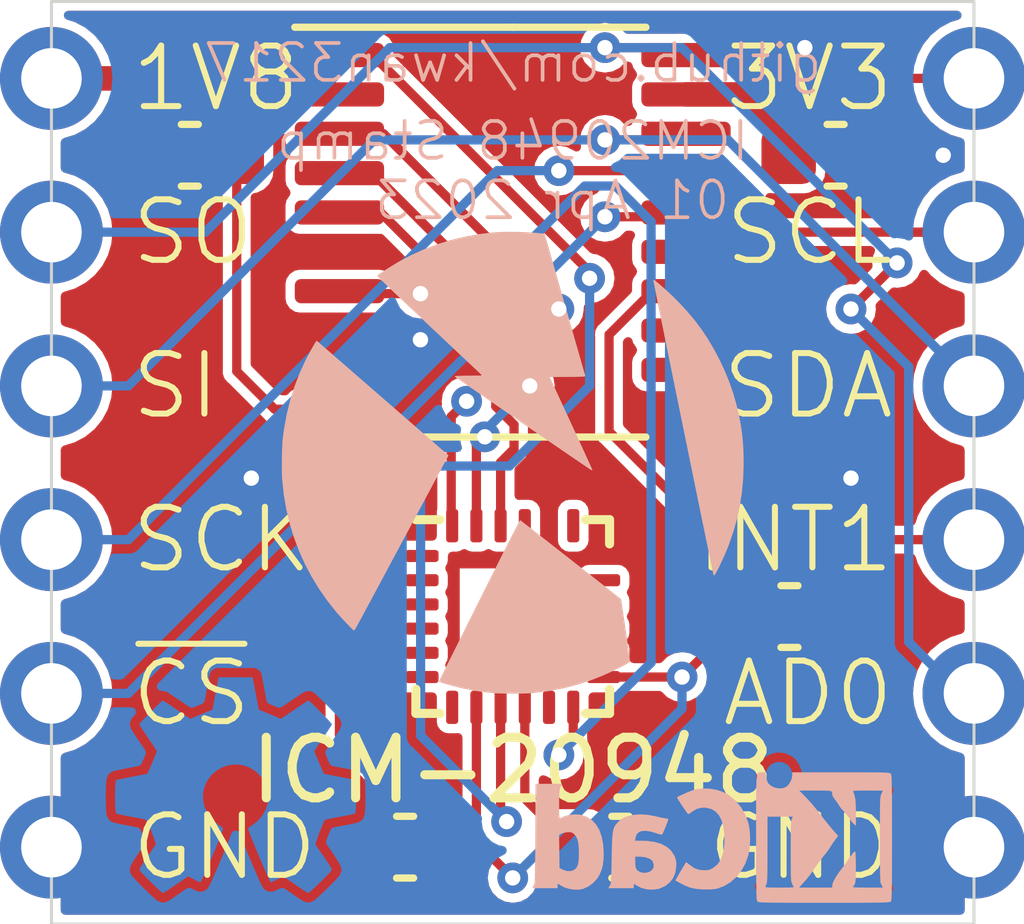
<source format=kicad_pcb>
(kicad_pcb (version 20221018) (generator pcbnew)
  (layers (0 "F.Cu" jumper) (1 "In1.Cu" signal) (2 "In2.Cu" signal) (31 "B.Cu" signal) (34 "B.Paste" user) (35 "F.Paste" user) (36 "B.SilkS" user "B.Silkscreen") (37 "F.SilkS" user "F.Silkscreen") (38 "B.Mask" user) (39 "F.Mask" user) (44 "Edge.Cuts" user))
  (net 0 "")
  (net 1 "+1V8")
  (net 2 "GND")
  (net 3 "Net-(U101-REGOUT)")
  (net 4 "+3V3")
  (net 5 "/MISO_3V3")
  (net 6 "/MOSI_3V3")
  (net 7 "/SCK_3V3")
  (net 8 "/~{CS}_3V3")
  (net 9 "/INT1_3V3")
  (net 16 "/MISO_1V8")
  (net 17 "/INT1_1V8")
  (net 23 "/~{CS}_1V8")
  (net 24 "/SCK_1V8")
  (net 25 "/MOSI_1V8")
  (footprint "Capacitor_SMD:C_0603_1608Metric" (layer "F.Cu") (at 106.934 96.52)
    (fp_text reference "C119" hide)
    (fp_text value "100nF" hide)
    (pad "1" smd roundrect (at -0.775 0) (size 0.9 0.95) (layers "F.Cu" "F.Paste" "F.Mask") (net 4 "+3V3"))
    (pad "2" smd roundrect (at 0.775 0) (size 0.9 0.95) (layers "F.Cu" "F.Paste" "F.Mask") (net 2 "GND"))
  )
  (footprint "Capacitor_SMD:C_0603_1608Metric" (layer "F.Cu") (at 103.378 107.95)
    (fp_text reference "C110" hide)
    (fp_text value "100nF" hide)
    (pad "1" smd roundrect (at -0.775 0) (size 0.9 0.95) (layers "F.Cu" "F.Paste" "F.Mask") (net 3 "Net-(U101-REGOUT)"))
    (pad "2" smd roundrect (at 0.775 0) (size 0.9 0.95) (layers "F.Cu" "F.Paste" "F.Mask") (net 2 "GND"))
  )
  (footprint "Capacitor_SMD:C_0603_1608Metric" (layer "F.Cu") (at 99.822 107.95 180)
    (fp_text reference "C108" hide)
    (fp_text value "1uF" hide)
    (pad "1" smd roundrect (at -0.775 0 180) (size 0.9 0.95) (layers "F.Cu" "F.Paste" "F.Mask") (net 1 "+1V8"))
    (pad "2" smd roundrect (at 0.775 0 180) (size 0.9 0.95) (layers "F.Cu" "F.Paste" "F.Mask") (net 2 "GND"))
  )
  (footprint "Capacitor_SMD:C_0603_1608Metric" (layer "F.Cu") (at 96.266 96.52 180)
    (fp_text reference "C102" hide)
    (fp_text value "100nF" hide)
    (pad "1" smd roundrect (at -0.775 0 180) (size 0.9 0.95) (layers "F.Cu" "F.Paste" "F.Mask") (net 1 "+1V8"))
    (pad "2" smd roundrect (at 0.775 0 180) (size 0.9 0.95) (layers "F.Cu" "F.Paste" "F.Mask") (net 2 "GND"))
  )
  (footprint "Sensor_Motion:InvenSense_QFN-24_3x3mm_P0.4mm" (layer "F.Cu") (at 101.6 104.14)
    (fp_text reference "U101" hide)
    (fp_text value "ICM-20948" (at 0 2.54) (layer "F.SilkS"))
    (pad "1" smd roundrect (at -1.5 -1) (size 0.55 0.2) (layers "F.Cu" "F.Paste" "F.Mask"))
    (pad "2" smd roundrect (at -1.5 -0.6) (size 0.55 0.2) (layers "F.Cu" "F.Paste" "F.Mask"))
    (pad "3" smd roundrect (at -1.5 -0.2) (size 0.55 0.2) (layers "F.Cu" "F.Paste" "F.Mask"))
    (pad "4" smd roundrect (at -1.5 0.2) (size 0.55 0.2) (layers "F.Cu" "F.Paste" "F.Mask"))
    (pad "5" smd roundrect (at -1.5 0.6) (size 0.55 0.2) (layers "F.Cu" "F.Paste" "F.Mask"))
    (pad "6" smd roundrect (at -1.5 1) (size 0.55 0.2) (layers "F.Cu" "F.Paste" "F.Mask"))
    (pad "7" smd roundrect (at -1 1.5 90) (size 0.55 0.2) (layers "F.Cu" "F.Paste" "F.Mask"))
    (pad "8" smd roundrect (at -0.6 1.5 90) (size 0.55 0.2) (layers "F.Cu" "F.Paste" "F.Mask") (net 1 "+1V8"))
    (pad "9" smd roundrect (at -0.2 1.5 90) (size 0.55 0.2) (layers "F.Cu" "F.Paste" "F.Mask") (net 16 "/MISO_1V8"))
    (pad "10" smd roundrect (at 0.2 1.5 90) (size 0.55 0.2) (layers "F.Cu" "F.Paste" "F.Mask") (net 3 "Net-(U101-REGOUT)"))
    (pad "11" smd roundrect (at 0.6 1.5 90) (size 0.55 0.2) (layers "F.Cu" "F.Paste" "F.Mask"))
    (pad "12" smd roundrect (at 1 1.5 90) (size 0.55 0.2) (layers "F.Cu" "F.Paste" "F.Mask") (net 17 "/INT1_1V8"))
    (pad "13" smd roundrect (at 1.5 1) (size 0.55 0.2) (layers "F.Cu" "F.Paste" "F.Mask") (net 1 "+1V8"))
    (pad "14" smd roundrect (at 1.5 0.6) (size 0.55 0.2) (layers "F.Cu" "F.Paste" "F.Mask"))
    (pad "15" smd roundrect (at 1.5 0.2) (size 0.55 0.2) (layers "F.Cu" "F.Paste" "F.Mask"))
    (pad "16" smd roundrect (at 1.5 -0.2) (size 0.55 0.2) (layers "F.Cu" "F.Paste" "F.Mask"))
    (pad "17" smd roundrect (at 1.5 -0.6) (size 0.55 0.2) (layers "F.Cu" "F.Paste" "F.Mask"))
    (pad "18" smd roundrect (at 1.5 -1) (size 0.55 0.2) (layers "F.Cu" "F.Paste" "F.Mask") (net 2 "GND"))
    (pad "19" smd roundrect (at 1 -1.5 90) (size 0.55 0.2) (layers "F.Cu" "F.Paste" "F.Mask"))
    (pad "20" smd roundrect (at 0.6 -1.5 90) (size 0.55 0.2) (layers "F.Cu" "F.Paste" "F.Mask") (net 2 "GND"))
    (pad "21" smd roundrect (at 0.2 -1.5 90) (size 0.55 0.2) (layers "F.Cu" "F.Paste" "F.Mask"))
    (pad "22" smd roundrect (at -0.2 -1.5 90) (size 0.55 0.2) (layers "F.Cu" "F.Paste" "F.Mask") (net 23 "/~{CS}_1V8"))
    (pad "23" smd roundrect (at -0.6 -1.5 90) (size 0.55 0.2) (layers "F.Cu" "F.Paste" "F.Mask") (net 24 "/SCK_1V8"))
    (pad "24" smd roundrect (at -1 -1.5 90) (size 0.55 0.2) (layers "F.Cu" "F.Paste" "F.Mask") (net 25 "/MOSI_1V8"))
    (zone (net 0) (net_name "") (layer "F.Cu") (connect_pads (clearance 0)) (min_thickness 0.254)
      (keepout (tracks not_allowed) (vias not_allowed) (pads not_allowed) (copperpour not_allowed) (footprints allowed))
      (fill (thermal_gap 0.508) (thermal_bridge_width 0.508))
      (polygon (pts (xy 100.725 103.345) (xy 102.475 103.345) (xy 102.475 104.935) (xy 100.725 104.935)))
    )
  )
  (footprint "KwanSystems:Stamp" (layer "F.Cu") (at 101.6 101.6)
    (fp_text reference "J101" hide)
    (fp_text value "~")
    (fp_text user "SCL" (at 6.35 -3.81 unlocked) (layer "F.SilkS") (effects (font (thickness 0.1)) (justify right)))
    (fp_text user "AD0" (at 6.35 3.81 unlocked) (layer "F.SilkS") (effects (font (thickness 0.1)) (justify right)))
    (fp_text user "~{CS}" (at -6.35 3.81 unlocked) (layer "F.SilkS") (effects (font (thickness 0.1)) (justify left)))
    (fp_text user "GND" (at -6.35 6.35 unlocked) (layer "F.SilkS") (effects (font (thickness 0.1)) (justify left)))
    (fp_text user "SO" (at -6.35 -3.81 unlocked) (layer "F.SilkS") (effects (font (thickness 0.1)) (justify left)))
    (fp_text user "3V3" (at 6.35 -6.35 unlocked) (layer "F.SilkS") (effects (font (thickness 0.1)) (justify right)))
    (fp_text user "SI" (at -6.35 -1.27 unlocked) (layer "F.SilkS") (effects (font (thickness 0.1)) (justify left)))
    (fp_text user "1V8" (at -6.35 -6.35 unlocked) (layer "F.SilkS") (effects (font (thickness 0.1)) (justify left)))
    (fp_text user "GND" (at 6.35 6.35 unlocked) (layer "F.SilkS") (effects (font (thickness 0.1)) (justify right)))
    (fp_text user "SDA" (at 6.35 -1.27 unlocked) (layer "F.SilkS") (effects (font (thickness 0.1)) (justify right)))
    (fp_text user "INT1" (at 6.35 1.27 unlocked) (layer "F.SilkS") (effects (font (thickness 0.1)) (justify right)))
    (fp_text user "SCK" (at -6.35 1.27 unlocked) (layer "F.SilkS") (effects (font (thickness 0.1)) (justify left)))
    (fp_line (start -7.62 -7.62) (end -7.62 7.62) (stroke (width 0.05)) (layer "Edge.Cuts"))
    (fp_line (start -7.62 7.62) (end 7.62 7.62) (stroke (width 0.05)) (layer "Edge.Cuts"))
    (fp_line (start 7.62 -7.62) (end -7.62 -7.62) (stroke (width 0.05)) (layer "Edge.Cuts"))
    (fp_line (start 7.62 7.62) (end 7.62 -7.62) (stroke (width 0.05)) (layer "Edge.Cuts"))
    (pad "1" thru_hole circle (at -7.62 -6.35) (size 1.7 1.7) (drill 1) (layers "*.Cu" "*.Mask") (net 1 "+1V8"))
    (pad "2" thru_hole circle (at -7.62 -3.81) (size 1.7 1.7) (drill 1) (layers "*.Cu" "*.Mask") (net 5 "/MISO_3V3"))
    (pad "3" thru_hole circle (at -7.62 -1.27) (size 1.7 1.7) (drill 1) (layers "*.Cu" "*.Mask") (net 6 "/MOSI_3V3"))
    (pad "4" thru_hole circle (at -7.62 1.27) (size 1.7 1.7) (drill 1) (layers "*.Cu" "*.Mask") (net 7 "/SCK_3V3"))
    (pad "5" thru_hole circle (at -7.62 3.81) (size 1.7 1.7) (drill 1) (layers "*.Cu" "*.Mask") (net 8 "/~{CS}_3V3"))
    (pad "6" thru_hole circle (at -7.62 6.35) (size 1.7 1.7) (drill 1) (layers "*.Cu" "*.Mask") (net 2 "GND"))
    (pad "7" thru_hole circle (at 7.62 6.35) (size 1.7 1.7) (drill 1) (layers "*.Cu" "*.Mask") (net 2 "GND"))
    (pad "8" thru_hole circle (at 7.62 3.81) (size 1.7 1.7) (drill 1) (layers "*.Cu" "*.Mask") (net 5 "/MISO_3V3"))
    (pad "9" thru_hole circle (at 7.62 1.27) (size 1.7 1.7) (drill 1) (layers "*.Cu" "*.Mask") (net 9 "/INT1_3V3"))
    (pad "10" thru_hole circle (at 7.62 -1.27) (size 1.7 1.7) (drill 1) (layers "*.Cu" "*.Mask") (net 6 "/MOSI_3V3"))
    (pad "11" thru_hole circle (at 7.62 -3.81) (size 1.7 1.7) (drill 1) (layers "*.Cu" "*.Mask") (net 7 "/SCK_3V3"))
    (pad "12" thru_hole circle (at 7.62 -6.35) (size 1.7 1.7) (drill 1) (layers "*.Cu" "*.Mask") (net 4 "+3V3"))
  )
  (footprint "Capacitor_SMD:C_0603_1608Metric" (layer "F.Cu") (at 106.172 104.14)
    (fp_text reference "C113" hide)
    (fp_text value "100nF" hide)
    (pad "1" smd roundrect (at -0.775 0) (size 0.9 0.95) (layers "F.Cu" "F.Paste" "F.Mask") (net 1 "+1V8"))
    (pad "2" smd roundrect (at 0.775 0) (size 0.9 0.95) (layers "F.Cu" "F.Paste" "F.Mask") (net 2 "GND"))
  )
  (footprint "Package_SO:TSSOP-20_4.4x6.5mm_P0.65mm" (layer "F.Cu") (at 101.6 97.79)
    (fp_text reference "U102" hide)
    (fp_text value "TXS0108EPW" hide)
    (pad "1" smd roundrect (at -2.8625 -2.925) (size 1.475 0.4) (layers "F.Cu" "F.Paste" "F.Mask") (net 16 "/MISO_1V8"))
    (pad "2" smd roundrect (at -2.8625 -2.275) (size 1.475 0.4) (layers "F.Cu" "F.Paste" "F.Mask") (net 1 "+1V8"))
    (pad "3" smd roundrect (at -2.8625 -1.625) (size 1.475 0.4) (layers "F.Cu" "F.Paste" "F.Mask") (net 25 "/MOSI_1V8"))
    (pad "4" smd roundrect (at -2.8625 -0.975) (size 1.475 0.4) (layers "F.Cu" "F.Paste" "F.Mask") (net 24 "/SCK_1V8"))
    (pad "5" smd roundrect (at -2.8625 -0.325) (size 1.475 0.4) (layers "F.Cu" "F.Paste" "F.Mask") (net 23 "/~{CS}_1V8"))
    (pad "6" smd roundrect (at -2.8625 0.325) (size 1.475 0.4) (layers "F.Cu" "F.Paste" "F.Mask") (net 2 "GND"))
    (pad "7" smd roundrect (at -2.8625 0.975) (size 1.475 0.4) (layers "F.Cu" "F.Paste" "F.Mask") (net 17 "/INT1_1V8"))
    (pad "8" smd roundrect (at -2.8625 1.625) (size 1.475 0.4) (layers "F.Cu" "F.Paste" "F.Mask") (net 2 "GND"))
    (pad "9" smd roundrect (at -2.8625 2.275) (size 1.475 0.4) (layers "F.Cu" "F.Paste" "F.Mask") (net 2 "GND"))
    (pad "10" smd roundrect (at -2.8625 2.925) (size 1.475 0.4) (layers "F.Cu" "F.Paste" "F.Mask") (net 1 "+1V8"))
    (pad "11" smd roundrect (at 2.8625 2.925) (size 1.475 0.4) (layers "F.Cu" "F.Paste" "F.Mask") (net 2 "GND"))
    (pad "12" smd roundrect (at 2.8625 2.275) (size 1.475 0.4) (layers "F.Cu" "F.Paste" "F.Mask"))
    (pad "13" smd roundrect (at 2.8625 1.625) (size 1.475 0.4) (layers "F.Cu" "F.Paste" "F.Mask"))
    (pad "14" smd roundrect (at 2.8625 0.975) (size 1.475 0.4) (layers "F.Cu" "F.Paste" "F.Mask") (net 9 "/INT1_3V3"))
    (pad "15" smd roundrect (at 2.8625 0.325) (size 1.475 0.4) (layers "F.Cu" "F.Paste" "F.Mask"))
    (pad "16" smd roundrect (at 2.8625 -0.325) (size 1.475 0.4) (layers "F.Cu" "F.Paste" "F.Mask") (net 8 "/~{CS}_3V3"))
    (pad "17" smd roundrect (at 2.8625 -0.975) (size 1.475 0.4) (layers "F.Cu" "F.Paste" "F.Mask") (net 7 "/SCK_3V3"))
    (pad "18" smd roundrect (at 2.8625 -1.625) (size 1.475 0.4) (layers "F.Cu" "F.Paste" "F.Mask") (net 6 "/MOSI_3V3"))
    (pad "19" smd roundrect (at 2.8625 -2.275) (size 1.475 0.4) (layers "F.Cu" "F.Paste" "F.Mask") (net 4 "+3V3"))
    (pad "20" smd roundrect (at 2.8625 -2.925) (size 1.475 0.4) (layers "F.Cu" "F.Paste" "F.Mask") (net 5 "/MISO_3V3"))
  )
  (footprint "KwanSystems:Symbol_KiCAD-Logo_CopperAndSilkScreenTop_small" (layer "B.Cu") (at 104.902 107.696 180)
    (fp_text reference "REF**" hide)
    (fp_text value "KiCAD Logo" hide)
    (fp_poly (pts (xy -1.022029 1.13702) (xy -0.963228 1.103803) (xy -0.916489 1.052478) (xy -0.894594 1.009438) (xy -0.879289 0.940193) (xy -0.88384 0.871205) (xy -0.907514 0.810458) (xy -0.913706 0.801075) (xy -0.958926 0.757296) (xy -1.018364 0.727224) (xy -1.084834 0.712291) (xy -1.151144 0.713933) (xy -1.210105 0.733584) (xy -1.220497 0.739878) (xy -1.261632 0.779303) (xy -1.295543 0.833615) (xy -1.316627 0.892353) (xy -1.3208 0.927101) (xy -1.311163 0.981713) (xy -1.285905 1.038945) (xy -1.250509 1.088421) (xy -1.222679 1.112853) (xy -1.15657 1.143062) (xy -1.088082 1.150612) (xy -1.022029 1.13702)) (stroke (width 0.01)) (fill solid) (layer "B.Cu"))
    (fp_poly (pts (xy -0.9017 -0.296023) (xy -0.90159 -0.431764) (xy -0.901209 -0.544309) (xy -0.900487 -0.635861) (xy -0.899353 -0.70862) (xy -0.897735 -0.764792) (xy -0.895561 -0.806578) (xy -0.89276 -0.83618) (xy -0.889261 -0.855802) (xy -0.884992 -0.867646) (xy -0.883054 -0.870698) (xy -0.869911 -0.889472) (xy -0.864555 -0.903543) (xy -0.869645 -0.913587) (xy -0.887844 -0.920282) (xy -0.921812 -0.924303) (xy -0.974211 -0.926327) (xy -1.047701 -0.92703) (xy -1.1049 -0.9271) (xy -1.180041 -0.926758) (xy -1.245637 -0.925804) (xy -1.297787 -0.924351) (xy -1.332591 -0.922509) (xy -1.346148 -0.920388) (xy -1.3462 -0.920244) (xy -1.340923 -0.905727) (xy -1.327637 -0.877255) (xy -1.3208 -0.8636) (xy -1.314367 -0.84988) (xy -1.309121 -0.834697) (xy -1.30494 -0.81546) (xy -1.301705 -0.789578) (xy -1.299295 -0.754459) (xy -1.297589 -0.707514) (xy -1.296468 -0.646151) (xy -1.29581 -0.56778) (xy -1.295495 -0.469809) (xy -1.295403 -0.349648) (xy -1.2954 -0.317375) (xy -1.295527 -0.188635) (xy -1.295965 -0.082875) (xy -1.296802 0.002325) (xy -1.298126 0.069381) (xy -1.300025 0.120715) (xy -1.302587 0.158744) (xy -1.305899 0.185887) (xy -1.310049 0.204564) (xy -1.314777 0.216531) (xy -1.334153 0.254) (xy -0.9017 0.254) (xy -0.9017 -0.296023)) (stroke (width 0.01)) (fill solid) (layer "B.Cu"))
    (fp_poly (pts (xy -1.693127 0.6858) (xy -1.420471 0.6858) (xy -1.519861 0.585107) (xy -1.684715 0.403655) (xy -1.791925 0.266593) (xy -1.831149 0.2148) (xy -1.878428 0.154736) (xy -1.928475 0.092899) (xy -1.976001 0.035791) (xy -2.015717 -0.010091) (xy -2.028266 -0.02388) (xy -2.068982 -0.067606) (xy -2.034003 -0.113178) (xy -1.966282 -0.207802) (xy -1.922511 -0.277525) (xy -1.895076 -0.318643) (xy -1.864438 -0.358306) (xy -1.861864 -0.361304) (xy -1.827389 -0.402791) (xy -1.787127 -0.454069) (xy -1.745529 -0.509144) (xy -1.707049 -0.562024) (xy -1.676141 -0.606713) (xy -1.658312 -0.635274) (xy -1.640772 -0.661798) (xy -1.611507 -0.701031) (xy -1.57559 -0.746626) (xy -1.538093 -0.792236) (xy -1.504086 -0.831516) (xy -1.4859 -0.85101) (xy -1.473956 -0.864041) (xy -1.452819 -0.887703) (xy -1.448762 -0.892285) (xy -1.417973 -0.9271) (xy -1.9812 -0.9271) (xy -1.9812 -0.887962) (xy -1.989582 -0.849698) (xy -2.013196 -0.797075) (xy -2.049754 -0.73412) (xy -2.09696 -0.664858) (xy -2.140729 -0.607767) (xy -2.176366 -0.561657) (xy -2.209027 -0.516135) (xy -2.232612 -0.479768) (xy -2.235665 -0.474417) (xy -2.255686 -0.441217) (xy -2.273329 -0.417142) (xy -2.277651 -0.41275) (xy -2.294931 -0.393408) (xy -2.315043 -0.365125) (xy -2.333887 -0.341047) (xy -2.349143 -0.330244) (xy -2.349793 -0.3302) (xy -2.354231 -0.342546) (xy -2.357791 -0.378191) (xy -2.360368 -0.435046) (xy -2.361859 -0.511022) (xy -2.3622 -0.578481) (xy -2.361858 -0.668132) (xy -2.360653 -0.736135) (xy -2.358313 -0.786238) (xy -2.354569 -0.822185) (xy -2.349151 -0.847722) (xy -2.34179 -0.866594) (xy -2.341378 -0.867406) (xy -2.323642 -0.897246) (xy -2.307889 -0.916309) (xy -2.306453 -0.917381) (xy -2.314202 -0.920162) (xy -2.343877 -0.922631) (xy -2.392007 -0.924656) (xy -2.455121 -0.926104) (xy -2.529745 -0.926841) (xy -2.555603 -0.926906) (xy -2.818856 -0.9271) (xy -2.804016 -0.892175) (xy -2.78993 -0.862879) (xy -2.778888 -0.845185) (xy -2.776972 -0.830571) (xy -2.775172 -0.792891) (xy -2.773521 -0.734476) (xy -2.772052 -0.657659) (xy -2.770801 -0.564773) (xy -2.769798 -0.458151) (xy -2.769079 -0.340126) (xy -2.768677 -0.21303) (xy -2.768601 -0.127145) (xy -2.76863 0.024845) (xy -2.768765 0.153544) (xy -2.769077 0.261063) (xy -2.769637 0.349511) (xy -2.770516 0.420998) (xy -2.771784 0.477634) (xy -2.773512 0.521528) (xy -2.775772 0.55479) (xy -2.778634 0.57953) (xy -2.782169 0.597857) (xy -2.786448 0.611882) (xy -2.791542 0.623713) (xy -2.794001 0.628651) (xy -2.809378 0.659566) (xy -2.818405 0.67917) (xy -2.819401 0.682136) (xy -2.807333 0.683247) (xy -2.773656 0.684222) (xy -2.722164 0.685008) (xy -2.656647 0.68555) (xy -2.580898 0.685793) (xy -2.564042 0.6858) (xy -2.47747 0.685668) (xy -2.413186 0.685085) (xy -2.368077 0.683768) (xy -2.339032 0.681439) (xy -2.322938 0.677814) (xy -2.316684 0.672614) (xy -2.317157 0.665558) (xy -2.317918 0.663575) (xy -2.334598 0.619164) (xy -2.346631 0.57491) (xy -2.35471 0.52543) (xy -2.359529 0.46534) (xy -2.36178 0.389256) (xy -2.3622 0.319456) (xy -2.362201 0.109548) (xy -2.324101 0.14605) (xy -2.300294 0.171222) (xy -2.287003 0.189861) (xy -2.286 0.193259) (xy -2.278432 0.206225) (xy -2.258686 0.232936) (xy -2.231206 0.267928) (xy -2.200434 0.305736) (xy -2.170812 0.340896) (xy -2.146781 0.367943) (xy -2.133381 0.381) (xy -2.12222 0.394633) (xy -2.103032 0.422685) (xy -2.089099 0.4445) (xy -2.059998 0.488351) (xy -2.028525 0.531651) (xy -2.017351 0.545819) (xy -1.994994 0.579132) (xy -1.982296 0.609679) (xy -1.9812 0.617805) (xy -1.980939 0.639662) (xy -1.978105 0.656249) (xy -1.969619 0.668294) (xy -1.952406 0.676523) (xy -1.923387 0.681662) (xy -1.879486 0.684437) (xy -1.817625 0.685575) (xy -1.734728 0.685802) (xy -1.693127 0.6858)) (stroke (width 0.01)) (fill solid) (layer "B.Cu"))
  )
  (footprint "KwanSystems:OSHW-Symbol_4x3.6mm_SolderMask" (layer "B.Cu") (at 97.028 106.934 180)
    (fp_text reference "REF***" hide)
    (fp_text value "OSHW-Symbol_6.7x6mm_Copper" hide)
    (fp_poly (pts (xy 0.333488 1.518641) (xy 0.383781 1.251867) (xy 0.569352 1.175368) (xy 0.754924 1.098869) (xy 0.977548 1.250252) (xy 1.039894 1.292402) (xy 1.096252 1.330037) (xy 1.143991 1.361437) (xy 1.180482 1.384886) (xy 1.203094 1.398664) (xy 1.209253 1.401635) (xy 1.220346 1.393994) (xy 1.244052 1.372871) (xy 1.277713 1.340963) (xy 1.318672 1.300969) (xy 1.364272 1.255588) (xy 1.411855 1.207517) (xy 1.458765 1.159456) (xy 1.502344 1.114102) (xy 1.539935 1.074153) (xy 1.568882 1.042309) (xy 1.586526 1.021268) (xy 1.590745 1.014226) (xy 1.584674 1.001244) (xy 1.567655 0.972803) (xy 1.541477 0.931684) (xy 1.507931 0.880671) (xy 1.468804 0.822544) (xy 1.446131 0.78939) (xy 1.404806 0.728851) (xy 1.368084 0.674221) (xy 1.337747 0.628218) (xy 1.315577 0.593563) (xy 1.303355 0.572974) (xy 1.301518 0.568648) (xy 1.305682 0.556351) (xy 1.317031 0.527692) (xy 1.333852 0.486701) (xy 1.354435 0.437407) (xy 1.377065 0.383838) (xy 1.400032 0.330025) (xy 1.421622 0.279997) (xy 1.440124 0.237784) (xy 1.453823 0.207414) (xy 1.46101 0.192917) (xy 1.461434 0.192347) (xy 1.472719 0.189578) (xy 1.502771 0.183403) (xy 1.548476 0.174428) (xy 1.606719 0.163259) (xy 1.674386 0.150505) (xy 1.713865 0.143149) (xy 1.78617 0.129383) (xy 1.851478 0.116283) (xy 1.906486 0.104567) (xy 1.947889 0.094951) (xy 1.972382 0.088153) (xy 1.977307 0.085996) (xy 1.982129 0.071396) (xy 1.98602 0.038425) (xy 1.988982 -0.009065) (xy 1.991018 -0.067216) (xy 1.992131 -0.132172) (xy 1.992323 -0.200079) (xy 1.991596 -0.267081) (xy 1.989954 -0.329321) (xy 1.987399 -0.382945) (xy 1.983933 -0.424096) (xy 1.97956 -0.448918) (xy 1.976937 -0.454086) (xy 1.961258 -0.46028) (xy 1.928036 -0.469135) (xy 1.881664 -0.479611) (xy 1.826538 -0.490668) (xy 1.807295 -0.494245) (xy 1.714514 -0.51124) (xy 1.641225 -0.524926) (xy 1.585004 -0.535848) (xy 1.54343 -0.54455) (xy 1.514083 -0.551575) (xy 1.494538 -0.557469) (xy 1.482377 -0.562774) (xy 1.475176 -0.568034) (xy 1.474168 -0.569074) (xy 1.46411 -0.585823) (xy 1.448768 -0.618417) (xy 1.429673 -0.662866) (xy 1.408356 -0.715179) (xy 1.38635 -0.771365) (xy 1.365187 -0.827431) (xy 1.346398 -0.879388) (xy 1.331516 -0.923244) (xy 1.322072 -0.955007) (xy 1.319599 -0.970687) (xy 1.319806 -0.971236) (xy 1.328185 -0.984052) (xy 1.347193 -1.01225) (xy 1.374835 -1.052896) (xy 1.409111 -1.103054) (xy 1.448024 -1.159789) (xy 1.459106 -1.175912) (xy 1.498619 -1.234365) (xy 1.53339 -1.287698) (xy 1.561523 -1.332847) (xy 1.581124 -1.366752) (xy 1.5903 -1.386349) (xy 1.590745 -1.388756) (xy 1.583035 -1.40141) (xy 1.561733 -1.426478) (xy 1.529576 -1.461267) (xy 1.489303 -1.503081) (xy 1.443652 -1.549227) (xy 1.395362 -1.59701) (xy 1.347172 -1.643737) (xy 1.301819 -1.686712) (xy 1.262043 -1.723242) (xy 1.230581 -1.750633) (xy 1.210173 -1.76619) (xy 1.204527 -1.76873) (xy 1.191386 -1.762747) (xy 1.16448 -1.746612) (xy 1.128193 -1.723042) (xy 1.100273 -1.70407) (xy 1.049685 -1.669259) (xy 0.989776 -1.62827) (xy 0.929684 -1.587347) (xy 0.897376 -1.565445) (xy 0.788023 -1.49148) (xy 0.696229 -1.541112) (xy 0.654409 -1.562855) (xy 0.618848 -1.579756) (xy 0.594787 -1.589395) (xy 0.588662 -1.590736) (xy 0.581297 -1.580833) (xy 0.566768 -1.552849) (xy 0.546158 -1.509365) (xy 0.520553 -1.452964) (xy 0.491036 -1.386224) (xy 0.458694 -1.311729) (xy 0.42461 -1.232059) (xy 0.389869 -1.149796) (xy 0.355556 -1.067521) (xy 0.322754 -0.987815) (xy 0.29255 -0.913259) (xy 0.266028 -0.846435) (xy 0.244271 -0.789923) (xy 0.228365 -0.746306) (xy 0.219395 -0.718165) (xy 0.217952 -0.7085) (xy 0.229387 -0.696172) (xy 0.254422 -0.67616) (xy 0.287824 -0.652621) (xy 0.290627 -0.650759) (xy 0.376958 -0.581654) (xy 0.44657 -0.501032) (xy 0.498858 -0.41147) (xy 0.533219 -0.315548) (xy 0.549052 -0.215842) (xy 0.545751 -0.114931) (xy 0.522714 -0.015393) (xy 0.479337 0.080195) (xy 0.466576 0.101108) (xy 0.400198 0.185558) (xy 0.321781 0.253372) (xy 0.234038 0.304198) (xy 0.139685 0.337684) (xy 0.041434 0.353476) (xy -0.058 0.351222) (xy -0.155903 0.33057) (xy -0.249561 0.291166) (xy -0.33626 0.232659) (xy -0.363079 0.208912) (xy -0.431333 0.134578) (xy -0.481069 0.056326) (xy -0.515186 -0.031389) (xy -0.534188 -0.118253) (xy -0.538879 -0.215916) (xy -0.523237 -0.314064) (xy -0.488853 -0.409379) (xy -0.437314 -0.498544) (xy -0.370208 -0.578241) (xy -0.289126 -0.645154) (xy -0.27847 -0.652207) (xy -0.24471 -0.675305) (xy -0.219046 -0.695318) (xy -0.206777 -0.708096) (xy -0.206599 -0.7085) (xy -0.209233 -0.722323) (xy -0.219674 -0.753694) (xy -0.236839 -0.800034) (xy -0.259641 -0.858761) (xy -0.286996 -0.927295) (xy -0.317818 -1.003055) (xy -0.351023 -1.08346) (xy -0.385525 -1.165931) (xy -0.420239 -1.247885) (xy -0.454081 -1.326742) (xy -0.485965 -1.399923) (xy -0.514806 -1.464845) (xy -0.539519 -1.518929) (xy -0.559019 -1.559594) (xy -0.572222 -1.584258) (xy -0.577538 -1.590736) (xy -0.593784 -1.585691) (xy -0.624182 -1.572163) (xy -0.66349 -1.552568) (xy -0.685105 -1.541112) (xy -0.776899 -1.49148) (xy -0.886253 -1.565445) (xy -0.942075 -1.603337) (xy -1.003191 -1.645036) (xy -1.060463 -1.684299) (xy -1.08915 -1.70407) (xy -1.129497 -1.731164) (xy -1.163662 -1.752634) (xy -1.187188 -1.765763) (xy -1.194829 -1.768538) (xy -1.20595 -1.761051) (xy -1.230565 -1.740151) (xy -1.266285 -1.708007) (xy -1.310725 -1.66679) (xy -1.361499 -1.618669) (xy -1.393611 -1.587772) (xy -1.449791 -1.532572) (xy -1.498345 -1.483199) (xy -1.537306 -1.441767) (xy -1.564715 -1.410386) (xy -1.578607 -1.39117) (xy -1.579939 -1.38727) (xy -1.573754 -1.372436) (xy -1.556663 -1.342443) (xy -1.530562 -1.300327) (xy -1.497346 -1.249125) (xy -1.458912 -1.191874) (xy -1.447982 -1.175912) (xy -1.408156 -1.1179) (xy -1.372427 -1.06567) (xy -1.34279 -1.022157) (xy -1.321245 -0.990296) (xy -1.309789 -0.973022) (xy -1.308682 -0.971236) (xy -1.310337 -0.957469) (xy -1.319123 -0.927202) (xy -1.333508 -0.884425) (xy -1.35196 -0.833128) (xy -1.372946 -0.777304) (xy -1.394936 -0.720944) (xy -1.416397 -0.668039) (xy -1.435796 -0.62258) (xy -1.451603 -0.588559) (xy -1.462285 -0.569966) (xy -1.463044 -0.569074) (xy -1.469576 -0.563761) (xy -1.480609 -0.558506) (xy -1.498564 -0.552766) (xy -1.525862 -0.545998) (xy -1.564925 -0.537656) (xy -1.618177 -0.527198) (xy -1.688036 -0.514079) (xy -1.776925 -0.497755) (xy -1.796171 -0.494245) (xy -1.853212 -0.483224) (xy -1.902939 -0.472443) (xy -1.940958 -0.462941) (xy -1.962875 -0.45576) (xy -1.965814 -0.454086) (xy -1.970656 -0.439243) (xy -1.974592 -0.406074) (xy -1.97762 -0.358433) (xy -1.979735 -0.300178) (xy -1.980937 -0.235163) (xy -1.981222 -0.167244) (xy -1.980586 -0.100277) (xy -1.979029 -0.038117) (xy -1.976548 0.015379) (xy -1.973138 0.056357) (xy -1.968799 0.08096) (xy -1.966183 0.085996) (xy -1.951619 0.091075) (xy -1.918456 0.099339) (xy -1.869997 0.11007) (xy -1.809547 0.122551) (xy -1.74041 0.136066) (xy -1.702741 0.143149) (xy -1.631272 0.156509) (xy -1.567539 0.168613) (xy -1.514656 0.178851) (xy -1.47574 0.186619) (xy -1.453904 0.191307) (xy -1.45031 0.192347) (xy -1.444237 0.204066) (xy -1.431397 0.232294) (xy -1.413503 0.272998) (xy -1.392267 0.322145) (xy -1.369399 0.375703) (xy -1.346612 0.429639) (xy -1.325616 0.479919) (xy -1.308124 0.522512) (xy -1.295846 0.553384) (xy -1.290494 0.568502) (xy -1.290394 0.569162) (xy -1.296461 0.581089) (xy -1.31347 0.608534) (xy -1.339634 0.64877) (xy -1.373164 0.69907) (xy -1.412272 0.756704) (xy -1.435007 0.78981) (xy -1.476435 0.850511) (xy -1.51323 0.905622) (xy -1.543598 0.952354) (xy -1.565743 0.987919) (xy -1.577869 1.009529) (xy -1.579621 1.014374) (xy -1.572092 1.02565) (xy -1.551278 1.049726) (xy -1.519838 1.083904) (xy -1.48043 1.125489) (xy -1.435714 1.171781) (xy -1.388348 1.220085) (xy -1.34099 1.267702) (xy -1.2963 1.311936) (xy -1.256936 1.350089) (xy -1.225558 1.379464) (xy -1.204823 1.397363) (xy -1.197887 1.401635) (xy -1.186592 1.395628) (xy -1.159579 1.378753) (xy -1.119472 1.352728) (xy -1.068899 1.319269) (xy -1.010486 1.280096) (xy -0.966424 1.250252) (xy -0.7438 1.098869) (xy -0.372657 1.251867) (xy -0.322365 1.518641) (xy -0.272072 1.785416) (xy 0.283196 1.785416) (xy 0.333488 1.518641)) (stroke (width 0.01)) (fill solid) (layer "B.Cu"))
  )
  (footprint "KwanSystems:KWAN_CIRCLE" (layer "B.Cu") (at 101.6 101.6 180)
    (fp_text reference "G***" hide)
    (fp_text value "github.com/kwan3217" (at 0 6.604) (layer "B.SilkS") (effects (font (size 0.6096 0.6096) (thickness 0.06096)) (justify mirror)))
  )
  (gr_text "ICM20948 Stamp\n01 Apr 2023	" (at 101.6 96.774) (layer "B.SilkS") (effects (font (size 0.6096 0.6096) (thickness 0.06096)) (justify mirror)))
  (segment (start 103.1 105.14) (end 104.397 105.14) (width 0.1524) (layer "F.Cu") (net 1))
  (segment (start 98.7375 95.515) (end 98.046 95.515) (width 0.1524) (layer "F.Cu") (net 1))
  (segment (start 97.667 100.715) (end 98.7375 100.715) (width 0.1524) (layer "F.Cu") (net 1))
  (segment (start 95.771 95.25) (end 97.041 96.52) (width 0.4064) (layer "F.Cu") (net 1))
  (segment (start 100.597 107.95) (end 101.092 107.95) (width 0.1524) (layer "F.Cu") (net 1))
  (segment (start 104.397 105.14) (end 105.397 104.14) (width 0.1524) (layer "F.Cu") (net 1))
  (segment (start 101.092 107.95) (end 101.6 108.458) (width 0.1524) (layer "F.Cu") (net 1))
  (segment (start 97.041 96.52) (end 97.041 100.089) (width 0.1524) (layer "F.Cu") (net 1))
  (segment (start 97.041 100.089) (end 97.667 100.715) (width 0.1524) (layer "F.Cu") (net 1))
  (segment (start 98.046 95.515) (end 97.041 96.52) (width 0.1524) (layer "F.Cu") (net 1))
  (segment (start 98.7375 106.0905) (end 98.7375 100.715) (width 0.1524) (layer "F.Cu") (net 1))
  (segment (start 100.597 107.95) (end 98.7375 106.0905) (width 0.1524) (layer "F.Cu") (net 1))
  (segment (start 93.98 95.25) (end 95.771 95.25) (width 0.4064) (layer "F.Cu") (net 1))
  (segment (start 101 107.547) (end 101 105.64) (width 0.1524) (layer "F.Cu") (net 1))
  (segment (start 100.597 107.95) (end 101 107.547) (width 0.1524) (layer "F.Cu") (net 1))
  (via (at 104.397 105.14) (size 0.508) (drill 0.254) (layers "F.Cu" "B.Cu") (net 1))
  (via (at 101.6 108.458) (size 0.508) (drill 0.254) (layers "F.Cu" "B.Cu") (net 1))
  (segment (start 104.397 105.661) (end 104.397 105.14) (width 0.1524) (layer "B.Cu") (net 1))
  (segment (start 101.6 108.458) (end 104.397 105.661) (width 0.1524) (layer "B.Cu") (net 1))
  (via (at 97.282 101.854) (size 0.508) (drill 0.254) (layers "F.Cu" "B.Cu") (net 2))
  (via (at 100.076 99.568) (size 0.508) (drill 0.254) (layers "F.Cu" "B.Cu") (net 2))
  (via (at 106.426 94.742) (size 0.508) (drill 0.254) (layers "F.Cu" "B.Cu") (net 2))
  (via (at 108.712 96.52) (size 0.508) (drill 0.254) (layers "F.Cu" "B.Cu") (net 2))
  (via (at 107.188 101.854) (size 0.508) (drill 0.254) (layers "F.Cu" "B.Cu") (net 2))
  (segment (start 101.8 107.147) (end 101.8 105.64) (width 0.1524) (layer "F.Cu") (net 3))
  (segment (start 102.603 107.95) (end 101.8 107.147) (width 0.1524) (layer "F.Cu") (net 3))
  (segment (start 106.159 96.253) (end 106.159 96.52) (width 0.4064) (layer "F.Cu") (net 4))
  (segment (start 105.421 95.515) (end 106.159 96.253) (width 0.4064) (layer "F.Cu") (net 4))
  (segment (start 109.22 95.25) (end 107.429 95.25) (width 0.1524) (layer "F.Cu") (net 4))
  (segment (start 107.429 95.25) (end 106.159 96.52) (width 0.1524) (layer "F.Cu") (net 4))
  (segment (start 104.4625 95.515) (end 105.421 95.515) (width 0.4064) (layer "F.Cu") (net 4))
  (segment (start 103.124 94.742) (end 104.3395 94.742) (width 0.1524) (layer "F.Cu") (net 5))
  (segment (start 107.95 98.298) (end 107.188 99.06) (width 0.1524) (layer "F.Cu") (net 5))
  (segment (start 104.3395 94.742) (end 104.4625 94.865) (width 0.1524) (layer "F.Cu") (net 5))
  (via (at 103.124 94.742) (size 0.508) (drill 0.254) (layers "F.Cu" "B.Cu") (net 5))
  (via (at 107.95 98.298) (size 0.508) (drill 0.254) (layers "F.Cu" "B.Cu") (net 5))
  (via (at 107.188 99.06) (size 0.508) (drill 0.254) (layers "F.Cu" "B.Cu") (net 5))
  (segment (start 108.1414 100.0134) (end 108.1414 104.56) (width 0.1524) (layer "B.Cu") (net 5))
  (segment (start 96.52 97.79) (end 99.314 94.996) (width 0.1524) (layer "B.Cu") (net 5))
  (segment (start 95.25 97.79) (end 96.52 97.79) (width 0.1524) (layer "B.Cu") (net 5))
  (segment (start 104.394 94.742) (end 107.95 98.298) (width 0.1524) (layer "B.Cu") (net 5))
  (segment (start 99.314 94.996) (end 99.568 94.742) (width 0.1524) (layer "B.Cu") (net 5))
  (segment (start 99.568 94.742) (end 103.124 94.742) (width 0.1524) (layer "B.Cu") (net 5))
  (segment (start 103.124 94.742) (end 104.394 94.742) (width 0.1524) (layer "B.Cu") (net 5))
  (segment (start 107.188 99.06) (end 108.1414 100.0134) (width 0.1524) (layer "B.Cu") (net 5))
  (segment (start 93.98 97.79) (end 95.25 97.79) (width 0.1524) (layer "B.Cu") (net 5))
  (segment (start 108.1414 104.56) (end 108.9914 105.41) (width 0.1524) (layer "B.Cu") (net 5))
  (segment (start 103.124 96.266) (end 104.3615 96.266) (width 0.1524) (layer "F.Cu") (net 6))
  (segment (start 104.3615 96.266) (end 104.4625 96.165) (width 0.1524) (layer "F.Cu") (net 6))
  (via (at 103.124 96.266) (size 0.508) (drill 0.254) (layers "F.Cu" "B.Cu") (net 6))
  (segment (start 108.9914 100.1014) (end 108.9914 100.33) (width 0.1524) (layer "B.Cu") (net 6))
  (segment (start 99.314 96.266) (end 103.124 96.266) (width 0.1524) (layer "B.Cu") (net 6))
  (segment (start 103.124 96.266) (end 105.156 96.266) (width 0.1524) (layer "B.Cu") (net 6))
  (segment (start 95.25 100.33) (end 99.314 96.266) (width 0.1524) (layer "B.Cu") (net 6))
  (segment (start 105.156 96.266) (end 108.9914 100.1014) (width 0.1524) (layer "B.Cu") (net 6))
  (segment (start 93.98 100.33) (end 95.25 100.33) (width 0.1524) (layer "B.Cu") (net 6))
  (segment (start 105.989711 97.79) (end 105.014711 96.815) (width 0.1524) (layer "F.Cu") (net 7))
  (segment (start 105.014711 96.815) (end 104.4625 96.815) (width 0.1524) (layer "F.Cu") (net 7))
  (segment (start 107.95 97.79) (end 108.9914 97.79) (width 0.1524) (layer "F.Cu") (net 7))
  (segment (start 109.22 97.79) (end 107.95 97.79) (width 0.1524) (layer "F.Cu") (net 7))
  (segment (start 107.95 97.79) (end 105.989711 97.79) (width 0.1524) (layer "F.Cu") (net 7))
  (segment (start 102.362 96.774) (end 104.4215 96.774) (width 0.1524) (layer "F.Cu") (net 7))
  (segment (start 104.4215 96.774) (end 104.4625 96.815) (width 0.1524) (layer "F.Cu") (net 7))
  (via (at 102.362 96.774) (size 0.508) (drill 0.254) (layers "F.Cu" "B.Cu") (net 7))
  (segment (start 101.346 96.774) (end 102.362 96.774) (width 0.1524) (layer "B.Cu") (net 7))
  (segment (start 95.25 102.87) (end 101.346 96.774) (width 0.1524) (layer "B.Cu") (net 7))
  (segment (start 93.98 102.87) (end 95.25 102.87) (width 0.1524) (layer "B.Cu") (net 7))
  (segment (start 104.3915 97.536) (end 104.4625 97.465) (width 0.1524) (layer "F.Cu") (net 8))
  (segment (start 103.124 97.536) (end 104.3915 97.536) (width 0.1524) (layer "F.Cu") (net 8))
  (via (at 103.124 97.536) (size 0.508) (drill 0.254) (layers "F.Cu" "B.Cu") (net 8))
  (segment (start 95.25 105.41) (end 103.124 97.536) (width 0.1524) (layer "B.Cu") (net 8))
  (segment (start 93.98 105.41) (end 95.25 105.41) (width 0.1524) (layer "B.Cu") (net 8))
  (segment (start 109.22 102.87) (end 104.978948 102.87) (width 0.1524) (layer "F.Cu") (net 9))
  (segment (start 103.1916 99.483689) (end 103.910289 98.765) (width 0.1524) (layer "F.Cu") (net 9))
  (segment (start 103.1916 101.082652) (end 103.1916 99.483689) (width 0.1524) (layer "F.Cu") (net 9))
  (segment (start 103.910289 98.765) (end 104.4625 98.765) (width 0.1524) (layer "F.Cu") (net 9))
  (segment (start 104.978948 102.87) (end 103.1916 101.082652) (width 0.1524) (layer "F.Cu") (net 9))
  (segment (start 102.87 98.44529) (end 99.494355 95.069645) (width 0.1524) (layer "F.Cu") (net 16))
  (segment (start 102.87 98.552) (end 102.87 98.44529) (width 0.1524) (layer "F.Cu") (net 16))
  (segment (start 101.4 105.64) (end 101.4 107.428794) (width 0.1524) (layer "F.Cu") (net 16))
  (segment (start 99.289711 94.865) (end 99.494355 95.069645) (width 0.1524) (layer "F.Cu") (net 16))
  (segment (start 101.4 107.428794) (end 101.499013 107.527807) (width 0.1524) (layer "F.Cu") (net 16))
  (segment (start 98.7375 94.865) (end 99.289711 94.865) (width 0.1524) (layer "F.Cu") (net 16))
  (via (at 101.499013 107.527807) (size 0.508) (drill 0.254) (layers "F.Cu" "B.Cu") (net 16))
  (via (at 102.87 98.552) (size 0.508) (drill 0.254) (layers "F.Cu" "B.Cu") (net 16))
  (segment (start 102.87 100.33) (end 102.87 98.552) (width 0.1524) (layer "B.Cu") (net 16))
  (segment (start 101.546359 101.653641) (end 102.87 100.33) (width 0.1524) (layer "B.Cu") (net 16))
  (segment (start 100.0785 106.107294) (end 100.0785 101.6) (width 0.1524) (layer "B.Cu") (net 16))
  (segment (start 100.0785 101.6) (end 100.132141 101.653641) (width 0.1524) (layer "B.Cu") (net 16))
  (segment (start 100.132141 101.653641) (end 101.546359 101.653641) (width 0.1524) (layer "B.Cu") (net 16))
  (segment (start 101.499013 107.527807) (end 100.0785 106.107294) (width 0.1524) (layer "B.Cu") (net 16))
  (segment (start 102.6 105.64) (end 102.6 106.188) (width 0.1524) (layer "F.Cu") (net 17))
  (segment (start 98.7785 98.806) (end 98.7375 98.765) (width 0.1524) (layer "F.Cu") (net 17))
  (segment (start 100.076 98.806) (end 98.7785 98.806) (width 0.1524) (layer "F.Cu") (net 17))
  (segment (start 102.6 106.188) (end 102.362 106.426) (width 0.1524) (layer "F.Cu") (net 17))
  (via (at 100.076 98.806) (size 0.508) (drill 0.254) (layers "F.Cu" "B.Cu") (net 17))
  (via (at 102.362 106.426) (size 0.508) (drill 0.254) (layers "F.Cu" "B.Cu") (net 17))
  (segment (start 103.886 97.6155) (end 103.2985 97.028) (width 0.1524) (layer "B.Cu") (net 17))
  (segment (start 101.0125 98.806) (end 100.076 98.806) (width 0.1524) (layer "B.Cu") (net 17))
  (segment (start 102.7905 97.028) (end 101.2665 98.552) (width 0.1524) (layer "B.Cu") (net 17))
  (segment (start 103.886 104.394) (end 103.886 97.6155) (width 0.1524) (layer "B.Cu") (net 17))
  (segment (start 103.886 104.902) (end 103.886 104.394) (width 0.1524) (layer "B.Cu") (net 17))
  (segment (start 101.2665 98.552) (end 101.0125 98.806) (width 0.1524) (layer "B.Cu") (net 17))
  (segment (start 103.2985 97.028) (end 102.7905 97.028) (width 0.1524) (layer "B.Cu") (net 17))
  (segment (start 102.362 106.426) (end 103.886 104.902) (width 0.1524) (layer "B.Cu") (net 17))
  (segment (start 98.7375 97.465) (end 99.4175 97.465) (width 0.1524) (layer "F.Cu") (net 23))
  (segment (start 101.62202 100.971141) (end 101.3206 100.669721) (width 0.1524) (layer "F.Cu") (net 23))
  (segment (start 101.4 101.592961) (end 101.62202 101.370941) (width 0.1524) (layer "F.Cu") (net 23))
  (segment (start 101.3206 99.3681) (end 100.29025 98.33775) (width 0.1524) (layer "F.Cu") (net 23))
  (segment (start 101.4 102.64) (end 101.4 101.592961) (width 0.1524) (layer "F.Cu") (net 23))
  (segment (start 101.3206 100.669721) (end 101.3206 99.3681) (width 0.1524) (layer "F.Cu") (net 23))
  (segment (start 101.62202 101.370941) (end 101.62202 100.971141) (width 0.1524) (layer "F.Cu") (net 23))
  (segment (start 99.4175 97.465) (end 100.29025 98.33775) (width 0.1524) (layer "F.Cu") (net 23))
  (segment (start 98.7375 96.815) (end 99.289711 96.815) (width 0.1524) (layer "F.Cu") (net 24))
  (segment (start 99.289711 96.815) (end 101.8821 99.407389) (width 0.1524) (layer "F.Cu") (net 24))
  (segment (start 101.8821 99.407389) (end 101.8821 100.33) (width 0.1524) (layer "F.Cu") (net 24))
  (segment (start 101 102.64) (end 101 101.310461) (width 0.1524) (layer "F.Cu") (net 24))
  (segment (start 101 101.310461) (end 101.13942 101.171041) (width 0.1524) (layer "F.Cu") (net 24))
  (via (at 101.8821 100.33) (size 0.508) (drill 0.254) (layers "F.Cu" "B.Cu") (net 24))
  (via (at 101.13942 101.171041) (size 0.508) (drill 0.254) (layers "F.Cu" "B.Cu") (net 24))
  (segment (start 101.13942 101.171041) (end 101.13942 101.07268) (width 0.1524) (layer "B.Cu") (net 24))
  (segment (start 101.13942 101.07268) (end 101.8821 100.33) (width 0.1524) (layer "B.Cu") (net 24))
  (segment (start 100.838 100.584) (end 100.584 100.838) (width 0.1524) (layer "F.Cu") (net 25))
  (segment (start 100.584 100.838) (end 100.584 102.624) (width 0.1524) (layer "F.Cu") (net 25))
  (segment (start 99.467 96.165) (end 102.362 99.06) (width 0.1524) (layer "F.Cu") (net 25))
  (segment (start 100.584 102.624) (end 100.6 102.64) (width 0.1524) (layer "F.Cu") (net 25))
  (segment (start 98.7375 96.165) (end 99.467 96.165) (width 0.1524) (layer "F.Cu") (net 25))
  (via (at 100.838 100.584) (size 0.508) (drill 0.254) (layers "F.Cu" "B.Cu") (net 25))
  (via (at 102.362 99.06) (size 0.508) (drill 0.254) (layers "F.Cu" "B.Cu") (net 25))
  (segment (start 101.3995 100.0225) (end 100.838 100.584) (width 0.1524) (layer "B.Cu") (net 25))
  (segment (start 102.362 99.06) (end 101.3995 100.0225) (width 0.1524) (layer "B.Cu") (net 25))
  (zone (net 2) (net_name "GND") (layers "F&B.Cu") (connect_pads yes (clearance 0.1524)) (min_thickness 0.1524) (fill yes (thermal_gap 0.5) (thermal_bridge_width 0.5))
    (polygon (pts (xy 93.98 93.98) (xy 93.98 109.22) (xy 109.22 109.22) (xy 109.22 93.98)))
  )
)
</source>
